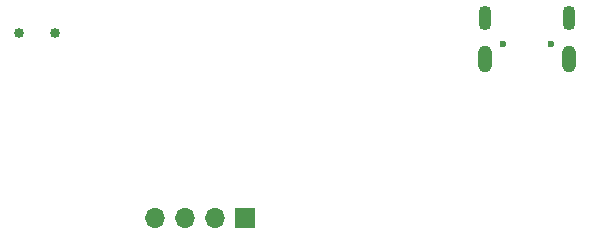
<source format=gbr>
%TF.GenerationSoftware,KiCad,Pcbnew,8.0.5-8.0.5-0~ubuntu22.04.1*%
%TF.CreationDate,2024-09-17T12:21:12-05:00*%
%TF.ProjectId,cheating-calc,63686561-7469-46e6-972d-63616c632e6b,rev?*%
%TF.SameCoordinates,Original*%
%TF.FileFunction,Soldermask,Bot*%
%TF.FilePolarity,Negative*%
%FSLAX46Y46*%
G04 Gerber Fmt 4.6, Leading zero omitted, Abs format (unit mm)*
G04 Created by KiCad (PCBNEW 8.0.5-8.0.5-0~ubuntu22.04.1) date 2024-09-17 12:21:12*
%MOMM*%
%LPD*%
G01*
G04 APERTURE LIST*
%ADD10R,1.700000X1.700000*%
%ADD11O,1.700000X1.700000*%
%ADD12C,0.850000*%
%ADD13C,0.600000*%
%ADD14O,1.200000X2.300000*%
%ADD15O,1.100000X2.100000*%
G04 APERTURE END LIST*
D10*
%TO.C,J1*%
X107920000Y-71600000D03*
D11*
X105380000Y-71600000D03*
X102840000Y-71600000D03*
X100300000Y-71600000D03*
%TD*%
D12*
%TO.C,SW1*%
X91800000Y-55912500D03*
X88800000Y-55912500D03*
%TD*%
D13*
%TO.C,U3*%
X133800000Y-56837500D03*
X129800000Y-56837500D03*
D14*
X135380000Y-58087500D03*
D15*
X135380000Y-54627500D03*
D14*
X128220000Y-58087500D03*
D15*
X128220000Y-54627500D03*
%TD*%
M02*

</source>
